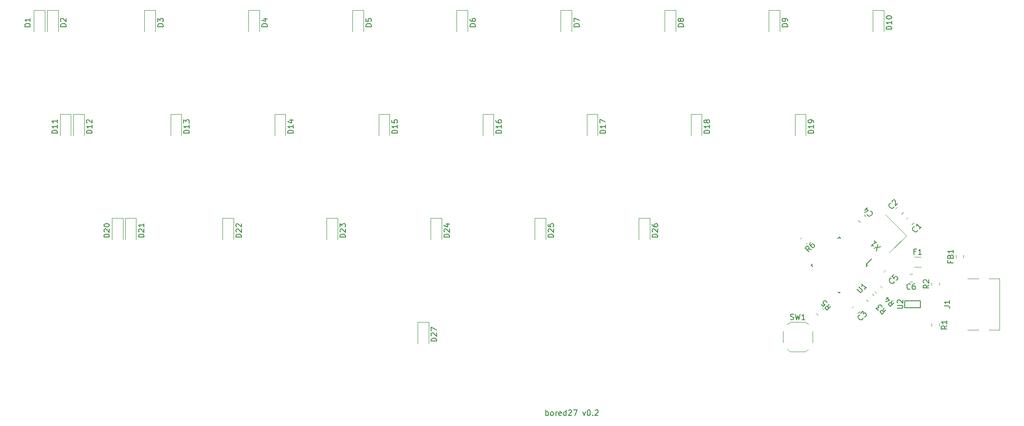
<source format=gbr>
G04 #@! TF.GenerationSoftware,KiCad,Pcbnew,(6.0.6)*
G04 #@! TF.CreationDate,2022-08-05T17:16:04-07:00*
G04 #@! TF.ProjectId,bored27-revision,626f7265-6432-4372-9d72-65766973696f,rev?*
G04 #@! TF.SameCoordinates,Original*
G04 #@! TF.FileFunction,Legend,Top*
G04 #@! TF.FilePolarity,Positive*
%FSLAX46Y46*%
G04 Gerber Fmt 4.6, Leading zero omitted, Abs format (unit mm)*
G04 Created by KiCad (PCBNEW (6.0.6)) date 2022-08-05 17:16:04*
%MOMM*%
%LPD*%
G01*
G04 APERTURE LIST*
%ADD10C,0.150000*%
%ADD11C,0.120000*%
G04 APERTURE END LIST*
D10*
X160592095Y-134691380D02*
X160592095Y-133691380D01*
X160592095Y-134072333D02*
X160687333Y-134024714D01*
X160877809Y-134024714D01*
X160973047Y-134072333D01*
X161020666Y-134119952D01*
X161068285Y-134215190D01*
X161068285Y-134500904D01*
X161020666Y-134596142D01*
X160973047Y-134643761D01*
X160877809Y-134691380D01*
X160687333Y-134691380D01*
X160592095Y-134643761D01*
X161639714Y-134691380D02*
X161544476Y-134643761D01*
X161496857Y-134596142D01*
X161449238Y-134500904D01*
X161449238Y-134215190D01*
X161496857Y-134119952D01*
X161544476Y-134072333D01*
X161639714Y-134024714D01*
X161782571Y-134024714D01*
X161877809Y-134072333D01*
X161925428Y-134119952D01*
X161973047Y-134215190D01*
X161973047Y-134500904D01*
X161925428Y-134596142D01*
X161877809Y-134643761D01*
X161782571Y-134691380D01*
X161639714Y-134691380D01*
X162401619Y-134691380D02*
X162401619Y-134024714D01*
X162401619Y-134215190D02*
X162449238Y-134119952D01*
X162496857Y-134072333D01*
X162592095Y-134024714D01*
X162687333Y-134024714D01*
X163401619Y-134643761D02*
X163306380Y-134691380D01*
X163115904Y-134691380D01*
X163020666Y-134643761D01*
X162973047Y-134548523D01*
X162973047Y-134167571D01*
X163020666Y-134072333D01*
X163115904Y-134024714D01*
X163306380Y-134024714D01*
X163401619Y-134072333D01*
X163449238Y-134167571D01*
X163449238Y-134262809D01*
X162973047Y-134358047D01*
X164306380Y-134691380D02*
X164306380Y-133691380D01*
X164306380Y-134643761D02*
X164211142Y-134691380D01*
X164020666Y-134691380D01*
X163925428Y-134643761D01*
X163877809Y-134596142D01*
X163830190Y-134500904D01*
X163830190Y-134215190D01*
X163877809Y-134119952D01*
X163925428Y-134072333D01*
X164020666Y-134024714D01*
X164211142Y-134024714D01*
X164306380Y-134072333D01*
X164734952Y-133786619D02*
X164782571Y-133739000D01*
X164877809Y-133691380D01*
X165115904Y-133691380D01*
X165211142Y-133739000D01*
X165258761Y-133786619D01*
X165306380Y-133881857D01*
X165306380Y-133977095D01*
X165258761Y-134119952D01*
X164687333Y-134691380D01*
X165306380Y-134691380D01*
X165639714Y-133691380D02*
X166306380Y-133691380D01*
X165877809Y-134691380D01*
X167354000Y-134024714D02*
X167592095Y-134691380D01*
X167830190Y-134024714D01*
X168401619Y-133691380D02*
X168496857Y-133691380D01*
X168592095Y-133739000D01*
X168639714Y-133786619D01*
X168687333Y-133881857D01*
X168734952Y-134072333D01*
X168734952Y-134310428D01*
X168687333Y-134500904D01*
X168639714Y-134596142D01*
X168592095Y-134643761D01*
X168496857Y-134691380D01*
X168401619Y-134691380D01*
X168306380Y-134643761D01*
X168258761Y-134596142D01*
X168211142Y-134500904D01*
X168163523Y-134310428D01*
X168163523Y-134072333D01*
X168211142Y-133881857D01*
X168258761Y-133786619D01*
X168306380Y-133739000D01*
X168401619Y-133691380D01*
X169163523Y-134596142D02*
X169211142Y-134643761D01*
X169163523Y-134691380D01*
X169115904Y-134643761D01*
X169163523Y-134596142D01*
X169163523Y-134691380D01*
X169592095Y-133786619D02*
X169639714Y-133739000D01*
X169734952Y-133691380D01*
X169973047Y-133691380D01*
X170068285Y-133739000D01*
X170115904Y-133786619D01*
X170163523Y-133881857D01*
X170163523Y-133977095D01*
X170115904Y-134119952D01*
X169544476Y-134691380D01*
X170163523Y-134691380D01*
X222433732Y-114986969D02*
X222332717Y-115559389D01*
X222837793Y-115391030D02*
X222130687Y-116098137D01*
X221861312Y-115828763D01*
X221827641Y-115727748D01*
X221827641Y-115660404D01*
X221861312Y-115559389D01*
X221962328Y-115458374D01*
X222063343Y-115424702D01*
X222130687Y-115424702D01*
X222231702Y-115458374D01*
X222501076Y-115727748D01*
X221490923Y-115458374D02*
X221053190Y-115020641D01*
X221558267Y-114986969D01*
X221457251Y-114885954D01*
X221423580Y-114784938D01*
X221423580Y-114717595D01*
X221457251Y-114616580D01*
X221625610Y-114448221D01*
X221726625Y-114414549D01*
X221793969Y-114414549D01*
X221894984Y-114448221D01*
X222097015Y-114650251D01*
X222130687Y-114751267D01*
X222130687Y-114818610D01*
X220026705Y-97257750D02*
X220094048Y-97257750D01*
X220228735Y-97325094D01*
X220296079Y-97392438D01*
X220363422Y-97527125D01*
X220363422Y-97661812D01*
X220329751Y-97762827D01*
X220228735Y-97931186D01*
X220127720Y-98032201D01*
X219959361Y-98133216D01*
X219858346Y-98166888D01*
X219723659Y-98166888D01*
X219588972Y-98099544D01*
X219521628Y-98032201D01*
X219454285Y-97897514D01*
X219454285Y-97830170D01*
X219016552Y-97055720D02*
X219487957Y-96584315D01*
X218915537Y-97493453D02*
X219588972Y-97156735D01*
X219151239Y-96719002D01*
X95321130Y-82970535D02*
X94321130Y-82970535D01*
X94321130Y-82732440D01*
X94368750Y-82589583D01*
X94463988Y-82494345D01*
X94559226Y-82446726D01*
X94749702Y-82399107D01*
X94892559Y-82399107D01*
X95083035Y-82446726D01*
X95178273Y-82494345D01*
X95273511Y-82589583D01*
X95321130Y-82732440D01*
X95321130Y-82970535D01*
X95321130Y-81446726D02*
X95321130Y-82018154D01*
X95321130Y-81732440D02*
X94321130Y-81732440D01*
X94463988Y-81827678D01*
X94559226Y-81922916D01*
X94606845Y-82018154D01*
X94321130Y-81113392D02*
X94321130Y-80494345D01*
X94702083Y-80827678D01*
X94702083Y-80684821D01*
X94749702Y-80589583D01*
X94797321Y-80541964D01*
X94892559Y-80494345D01*
X95130654Y-80494345D01*
X95225892Y-80541964D01*
X95273511Y-80589583D01*
X95321130Y-80684821D01*
X95321130Y-80970535D01*
X95273511Y-81065773D01*
X95225892Y-81113392D01*
X133421130Y-82970535D02*
X132421130Y-82970535D01*
X132421130Y-82732440D01*
X132468750Y-82589583D01*
X132563988Y-82494345D01*
X132659226Y-82446726D01*
X132849702Y-82399107D01*
X132992559Y-82399107D01*
X133183035Y-82446726D01*
X133278273Y-82494345D01*
X133373511Y-82589583D01*
X133421130Y-82732440D01*
X133421130Y-82970535D01*
X133421130Y-81446726D02*
X133421130Y-82018154D01*
X133421130Y-81732440D02*
X132421130Y-81732440D01*
X132563988Y-81827678D01*
X132659226Y-81922916D01*
X132706845Y-82018154D01*
X132421130Y-80541964D02*
X132421130Y-81018154D01*
X132897321Y-81065773D01*
X132849702Y-81018154D01*
X132802083Y-80922916D01*
X132802083Y-80684821D01*
X132849702Y-80589583D01*
X132897321Y-80541964D01*
X132992559Y-80494345D01*
X133230654Y-80494345D01*
X133325892Y-80541964D01*
X133373511Y-80589583D01*
X133421130Y-80684821D01*
X133421130Y-80922916D01*
X133373511Y-81018154D01*
X133325892Y-81065773D01*
X209195649Y-104292565D02*
X208623229Y-104191550D01*
X208791588Y-104696626D02*
X208084481Y-103989520D01*
X208353855Y-103720145D01*
X208454870Y-103686474D01*
X208522214Y-103686474D01*
X208623229Y-103720145D01*
X208724244Y-103821161D01*
X208757916Y-103922176D01*
X208757916Y-103989520D01*
X208724244Y-104090535D01*
X208454870Y-104359909D01*
X209094634Y-102979367D02*
X208959947Y-103114054D01*
X208926275Y-103215069D01*
X208926275Y-103282413D01*
X208959947Y-103450771D01*
X209060962Y-103619130D01*
X209330336Y-103888504D01*
X209431351Y-103922176D01*
X209498695Y-103922176D01*
X209599710Y-103888504D01*
X209734397Y-103753817D01*
X209768069Y-103652802D01*
X209768069Y-103585458D01*
X209734397Y-103484443D01*
X209566038Y-103316084D01*
X209465023Y-103282413D01*
X209397680Y-103282413D01*
X209296664Y-103316084D01*
X209161977Y-103450771D01*
X209128306Y-103551787D01*
X209128306Y-103619130D01*
X209161977Y-103720145D01*
X234625571Y-106379332D02*
X234625571Y-106712665D01*
X235149380Y-106712665D02*
X234149380Y-106712665D01*
X234149380Y-106236475D01*
X234625571Y-105522189D02*
X234673190Y-105379332D01*
X234720809Y-105331713D01*
X234816047Y-105284094D01*
X234958904Y-105284094D01*
X235054142Y-105331713D01*
X235101761Y-105379332D01*
X235149380Y-105474570D01*
X235149380Y-105855522D01*
X234149380Y-105855522D01*
X234149380Y-105522189D01*
X234197000Y-105426951D01*
X234244619Y-105379332D01*
X234339857Y-105331713D01*
X234435095Y-105331713D01*
X234530333Y-105379332D01*
X234577952Y-105426951D01*
X234625571Y-105522189D01*
X234625571Y-105855522D01*
X235149380Y-104331713D02*
X235149380Y-104903141D01*
X235149380Y-104617427D02*
X234149380Y-104617427D01*
X234292238Y-104712665D01*
X234387476Y-104807903D01*
X234435095Y-104903141D01*
X123896130Y-102020535D02*
X122896130Y-102020535D01*
X122896130Y-101782440D01*
X122943750Y-101639583D01*
X123038988Y-101544345D01*
X123134226Y-101496726D01*
X123324702Y-101449107D01*
X123467559Y-101449107D01*
X123658035Y-101496726D01*
X123753273Y-101544345D01*
X123848511Y-101639583D01*
X123896130Y-101782440D01*
X123896130Y-102020535D01*
X122991369Y-101068154D02*
X122943750Y-101020535D01*
X122896130Y-100925297D01*
X122896130Y-100687202D01*
X122943750Y-100591964D01*
X122991369Y-100544345D01*
X123086607Y-100496726D01*
X123181845Y-100496726D01*
X123324702Y-100544345D01*
X123896130Y-101115773D01*
X123896130Y-100496726D01*
X122896130Y-100163392D02*
X122896130Y-99544345D01*
X123277083Y-99877678D01*
X123277083Y-99734821D01*
X123324702Y-99639583D01*
X123372321Y-99591964D01*
X123467559Y-99544345D01*
X123705654Y-99544345D01*
X123800892Y-99591964D01*
X123848511Y-99639583D01*
X123896130Y-99734821D01*
X123896130Y-100020535D01*
X123848511Y-100115773D01*
X123800892Y-100163392D01*
X66206630Y-63444345D02*
X65206630Y-63444345D01*
X65206630Y-63206250D01*
X65254250Y-63063392D01*
X65349488Y-62968154D01*
X65444726Y-62920535D01*
X65635202Y-62872916D01*
X65778059Y-62872916D01*
X65968535Y-62920535D01*
X66063773Y-62968154D01*
X66159011Y-63063392D01*
X66206630Y-63206250D01*
X66206630Y-63444345D01*
X66206630Y-61920535D02*
X66206630Y-62491964D01*
X66206630Y-62206250D02*
X65206630Y-62206250D01*
X65349488Y-62301488D01*
X65444726Y-62396726D01*
X65492345Y-62491964D01*
X204826880Y-63444345D02*
X203826880Y-63444345D01*
X203826880Y-63206250D01*
X203874500Y-63063392D01*
X203969738Y-62968154D01*
X204064976Y-62920535D01*
X204255452Y-62872916D01*
X204398309Y-62872916D01*
X204588785Y-62920535D01*
X204684023Y-62968154D01*
X204779261Y-63063392D01*
X204826880Y-63206250D01*
X204826880Y-63444345D01*
X204826880Y-62396726D02*
X204826880Y-62206250D01*
X204779261Y-62111011D01*
X204731642Y-62063392D01*
X204588785Y-61968154D01*
X204398309Y-61920535D01*
X204017357Y-61920535D01*
X203922119Y-61968154D01*
X203874500Y-62015773D01*
X203826880Y-62111011D01*
X203826880Y-62301488D01*
X203874500Y-62396726D01*
X203922119Y-62444345D01*
X204017357Y-62491964D01*
X204255452Y-62491964D01*
X204350690Y-62444345D01*
X204398309Y-62396726D01*
X204445928Y-62301488D01*
X204445928Y-62111011D01*
X204398309Y-62015773D01*
X204350690Y-61968154D01*
X204255452Y-61920535D01*
X181046130Y-102020535D02*
X180046130Y-102020535D01*
X180046130Y-101782440D01*
X180093750Y-101639583D01*
X180188988Y-101544345D01*
X180284226Y-101496726D01*
X180474702Y-101449107D01*
X180617559Y-101449107D01*
X180808035Y-101496726D01*
X180903273Y-101544345D01*
X180998511Y-101639583D01*
X181046130Y-101782440D01*
X181046130Y-102020535D01*
X180141369Y-101068154D02*
X180093750Y-101020535D01*
X180046130Y-100925297D01*
X180046130Y-100687202D01*
X180093750Y-100591964D01*
X180141369Y-100544345D01*
X180236607Y-100496726D01*
X180331845Y-100496726D01*
X180474702Y-100544345D01*
X181046130Y-101115773D01*
X181046130Y-100496726D01*
X180046130Y-99639583D02*
X180046130Y-99830059D01*
X180093750Y-99925297D01*
X180141369Y-99972916D01*
X180284226Y-100068154D01*
X180474702Y-100115773D01*
X180855654Y-100115773D01*
X180950892Y-100068154D01*
X180998511Y-100020535D01*
X181046130Y-99925297D01*
X181046130Y-99734821D01*
X180998511Y-99639583D01*
X180950892Y-99591964D01*
X180855654Y-99544345D01*
X180617559Y-99544345D01*
X180522321Y-99591964D01*
X180474702Y-99639583D01*
X180427083Y-99734821D01*
X180427083Y-99925297D01*
X180474702Y-100020535D01*
X180522321Y-100068154D01*
X180617559Y-100115773D01*
X128658630Y-63444345D02*
X127658630Y-63444345D01*
X127658630Y-63206250D01*
X127706250Y-63063392D01*
X127801488Y-62968154D01*
X127896726Y-62920535D01*
X128087202Y-62872916D01*
X128230059Y-62872916D01*
X128420535Y-62920535D01*
X128515773Y-62968154D01*
X128611011Y-63063392D01*
X128658630Y-63206250D01*
X128658630Y-63444345D01*
X127658630Y-61968154D02*
X127658630Y-62444345D01*
X128134821Y-62491964D01*
X128087202Y-62444345D01*
X128039583Y-62349107D01*
X128039583Y-62111011D01*
X128087202Y-62015773D01*
X128134821Y-61968154D01*
X128230059Y-61920535D01*
X128468154Y-61920535D01*
X128563392Y-61968154D01*
X128611011Y-62015773D01*
X128658630Y-62111011D01*
X128658630Y-62349107D01*
X128611011Y-62444345D01*
X128563392Y-62491964D01*
X227290333Y-111482142D02*
X227242714Y-111529761D01*
X227099857Y-111577380D01*
X227004619Y-111577380D01*
X226861761Y-111529761D01*
X226766523Y-111434523D01*
X226718904Y-111339285D01*
X226671285Y-111148809D01*
X226671285Y-111005952D01*
X226718904Y-110815476D01*
X226766523Y-110720238D01*
X226861761Y-110625000D01*
X227004619Y-110577380D01*
X227099857Y-110577380D01*
X227242714Y-110625000D01*
X227290333Y-110672619D01*
X228147476Y-110577380D02*
X227957000Y-110577380D01*
X227861761Y-110625000D01*
X227814142Y-110672619D01*
X227718904Y-110815476D01*
X227671285Y-111005952D01*
X227671285Y-111386904D01*
X227718904Y-111482142D01*
X227766523Y-111529761D01*
X227861761Y-111577380D01*
X228052238Y-111577380D01*
X228147476Y-111529761D01*
X228195095Y-111482142D01*
X228242714Y-111386904D01*
X228242714Y-111148809D01*
X228195095Y-111053571D01*
X228147476Y-111005952D01*
X228052238Y-110958333D01*
X227861761Y-110958333D01*
X227766523Y-111005952D01*
X227718904Y-111053571D01*
X227671285Y-111148809D01*
X142946130Y-102020535D02*
X141946130Y-102020535D01*
X141946130Y-101782440D01*
X141993750Y-101639583D01*
X142088988Y-101544345D01*
X142184226Y-101496726D01*
X142374702Y-101449107D01*
X142517559Y-101449107D01*
X142708035Y-101496726D01*
X142803273Y-101544345D01*
X142898511Y-101639583D01*
X142946130Y-101782440D01*
X142946130Y-102020535D01*
X142041369Y-101068154D02*
X141993750Y-101020535D01*
X141946130Y-100925297D01*
X141946130Y-100687202D01*
X141993750Y-100591964D01*
X142041369Y-100544345D01*
X142136607Y-100496726D01*
X142231845Y-100496726D01*
X142374702Y-100544345D01*
X142946130Y-101115773D01*
X142946130Y-100496726D01*
X142279464Y-99639583D02*
X142946130Y-99639583D01*
X141898511Y-99877678D02*
X142612797Y-100115773D01*
X142612797Y-99496726D01*
X224902780Y-115061902D02*
X225712304Y-115061902D01*
X225807542Y-115014283D01*
X225855161Y-114966664D01*
X225902780Y-114871426D01*
X225902780Y-114680950D01*
X225855161Y-114585712D01*
X225807542Y-114538093D01*
X225712304Y-114490474D01*
X224902780Y-114490474D01*
X224998019Y-114061902D02*
X224950400Y-114014283D01*
X224902780Y-113919045D01*
X224902780Y-113680950D01*
X224950400Y-113585712D01*
X224998019Y-113538093D01*
X225093257Y-113490474D01*
X225188495Y-113490474D01*
X225331352Y-113538093D01*
X225902780Y-114109521D01*
X225902780Y-113490474D01*
X72746880Y-63444345D02*
X71746880Y-63444345D01*
X71746880Y-63206250D01*
X71794500Y-63063392D01*
X71889738Y-62968154D01*
X71984976Y-62920535D01*
X72175452Y-62872916D01*
X72318309Y-62872916D01*
X72508785Y-62920535D01*
X72604023Y-62968154D01*
X72699261Y-63063392D01*
X72746880Y-63206250D01*
X72746880Y-63444345D01*
X71842119Y-62491964D02*
X71794500Y-62444345D01*
X71746880Y-62349107D01*
X71746880Y-62111011D01*
X71794500Y-62015773D01*
X71842119Y-61968154D01*
X71937357Y-61920535D01*
X72032595Y-61920535D01*
X72175452Y-61968154D01*
X72746880Y-62539583D01*
X72746880Y-61920535D01*
X228607687Y-100700389D02*
X228607687Y-100767732D01*
X228540343Y-100902419D01*
X228473000Y-100969763D01*
X228338312Y-101037106D01*
X228203625Y-101037106D01*
X228102610Y-101003435D01*
X227934251Y-100902419D01*
X227833236Y-100801404D01*
X227732221Y-100633045D01*
X227698549Y-100532030D01*
X227698549Y-100397343D01*
X227765893Y-100262656D01*
X227833236Y-100195312D01*
X227967923Y-100127969D01*
X228035267Y-100127969D01*
X229348465Y-100094297D02*
X228944404Y-100498358D01*
X229146435Y-100296328D02*
X228439328Y-99589221D01*
X228473000Y-99757580D01*
X228473000Y-99892267D01*
X228439328Y-99993282D01*
X152471130Y-82970535D02*
X151471130Y-82970535D01*
X151471130Y-82732440D01*
X151518750Y-82589583D01*
X151613988Y-82494345D01*
X151709226Y-82446726D01*
X151899702Y-82399107D01*
X152042559Y-82399107D01*
X152233035Y-82446726D01*
X152328273Y-82494345D01*
X152423511Y-82589583D01*
X152471130Y-82732440D01*
X152471130Y-82970535D01*
X152471130Y-81446726D02*
X152471130Y-82018154D01*
X152471130Y-81732440D02*
X151471130Y-81732440D01*
X151613988Y-81827678D01*
X151709226Y-81922916D01*
X151756845Y-82018154D01*
X151471130Y-80589583D02*
X151471130Y-80780059D01*
X151518750Y-80875297D01*
X151566369Y-80922916D01*
X151709226Y-81018154D01*
X151899702Y-81065773D01*
X152280654Y-81065773D01*
X152375892Y-81018154D01*
X152423511Y-80970535D01*
X152471130Y-80875297D01*
X152471130Y-80684821D01*
X152423511Y-80589583D01*
X152375892Y-80541964D01*
X152280654Y-80494345D01*
X152042559Y-80494345D01*
X151947321Y-80541964D01*
X151899702Y-80589583D01*
X151852083Y-80684821D01*
X151852083Y-80875297D01*
X151899702Y-80970535D01*
X151947321Y-81018154D01*
X152042559Y-81065773D01*
X185808630Y-63444345D02*
X184808630Y-63444345D01*
X184808630Y-63206250D01*
X184856250Y-63063392D01*
X184951488Y-62968154D01*
X185046726Y-62920535D01*
X185237202Y-62872916D01*
X185380059Y-62872916D01*
X185570535Y-62920535D01*
X185665773Y-62968154D01*
X185761011Y-63063392D01*
X185808630Y-63206250D01*
X185808630Y-63444345D01*
X185237202Y-62301488D02*
X185189583Y-62396726D01*
X185141964Y-62444345D01*
X185046726Y-62491964D01*
X184999107Y-62491964D01*
X184903869Y-62444345D01*
X184856250Y-62396726D01*
X184808630Y-62301488D01*
X184808630Y-62111011D01*
X184856250Y-62015773D01*
X184903869Y-61968154D01*
X184999107Y-61920535D01*
X185046726Y-61920535D01*
X185141964Y-61968154D01*
X185189583Y-62015773D01*
X185237202Y-62111011D01*
X185237202Y-62301488D01*
X185284821Y-62396726D01*
X185332440Y-62444345D01*
X185427678Y-62491964D01*
X185618154Y-62491964D01*
X185713392Y-62444345D01*
X185761011Y-62396726D01*
X185808630Y-62301488D01*
X185808630Y-62111011D01*
X185761011Y-62015773D01*
X185713392Y-61968154D01*
X185618154Y-61920535D01*
X185427678Y-61920535D01*
X185332440Y-61968154D01*
X185284821Y-62015773D01*
X185237202Y-62111011D01*
X161996130Y-102020535D02*
X160996130Y-102020535D01*
X160996130Y-101782440D01*
X161043750Y-101639583D01*
X161138988Y-101544345D01*
X161234226Y-101496726D01*
X161424702Y-101449107D01*
X161567559Y-101449107D01*
X161758035Y-101496726D01*
X161853273Y-101544345D01*
X161948511Y-101639583D01*
X161996130Y-101782440D01*
X161996130Y-102020535D01*
X161091369Y-101068154D02*
X161043750Y-101020535D01*
X160996130Y-100925297D01*
X160996130Y-100687202D01*
X161043750Y-100591964D01*
X161091369Y-100544345D01*
X161186607Y-100496726D01*
X161281845Y-100496726D01*
X161424702Y-100544345D01*
X161996130Y-101115773D01*
X161996130Y-100496726D01*
X160996130Y-99591964D02*
X160996130Y-100068154D01*
X161472321Y-100115773D01*
X161424702Y-100068154D01*
X161377083Y-99972916D01*
X161377083Y-99734821D01*
X161424702Y-99639583D01*
X161472321Y-99591964D01*
X161567559Y-99544345D01*
X161805654Y-99544345D01*
X161900892Y-99591964D01*
X161948511Y-99639583D01*
X161996130Y-99734821D01*
X161996130Y-99972916D01*
X161948511Y-100068154D01*
X161900892Y-100115773D01*
X224289687Y-96382389D02*
X224289687Y-96449732D01*
X224222343Y-96584419D01*
X224155000Y-96651763D01*
X224020312Y-96719106D01*
X223885625Y-96719106D01*
X223784610Y-96685435D01*
X223616251Y-96584419D01*
X223515236Y-96483404D01*
X223414221Y-96315045D01*
X223380549Y-96214030D01*
X223380549Y-96079343D01*
X223447893Y-95944656D01*
X223515236Y-95877312D01*
X223649923Y-95809969D01*
X223717267Y-95809969D01*
X223986641Y-95540595D02*
X223986641Y-95473251D01*
X224020312Y-95372236D01*
X224188671Y-95203877D01*
X224289687Y-95170206D01*
X224357030Y-95170206D01*
X224458045Y-95203877D01*
X224525389Y-95271221D01*
X224592732Y-95405908D01*
X224592732Y-96214030D01*
X225030465Y-95776297D01*
X87034380Y-102020535D02*
X86034380Y-102020535D01*
X86034380Y-101782440D01*
X86082000Y-101639583D01*
X86177238Y-101544345D01*
X86272476Y-101496726D01*
X86462952Y-101449107D01*
X86605809Y-101449107D01*
X86796285Y-101496726D01*
X86891523Y-101544345D01*
X86986761Y-101639583D01*
X87034380Y-101782440D01*
X87034380Y-102020535D01*
X86129619Y-101068154D02*
X86082000Y-101020535D01*
X86034380Y-100925297D01*
X86034380Y-100687202D01*
X86082000Y-100591964D01*
X86129619Y-100544345D01*
X86224857Y-100496726D01*
X86320095Y-100496726D01*
X86462952Y-100544345D01*
X87034380Y-101115773D01*
X87034380Y-100496726D01*
X87034380Y-99544345D02*
X87034380Y-100115773D01*
X87034380Y-99830059D02*
X86034380Y-99830059D01*
X86177238Y-99925297D01*
X86272476Y-100020535D01*
X86320095Y-100115773D01*
X205359166Y-117073761D02*
X205502023Y-117121380D01*
X205740119Y-117121380D01*
X205835357Y-117073761D01*
X205882976Y-117026142D01*
X205930595Y-116930904D01*
X205930595Y-116835666D01*
X205882976Y-116740428D01*
X205835357Y-116692809D01*
X205740119Y-116645190D01*
X205549642Y-116597571D01*
X205454404Y-116549952D01*
X205406785Y-116502333D01*
X205359166Y-116407095D01*
X205359166Y-116311857D01*
X205406785Y-116216619D01*
X205454404Y-116169000D01*
X205549642Y-116121380D01*
X205787738Y-116121380D01*
X205930595Y-116169000D01*
X206263928Y-116121380D02*
X206502023Y-117121380D01*
X206692500Y-116407095D01*
X206882976Y-117121380D01*
X207121071Y-116121380D01*
X208025833Y-117121380D02*
X207454404Y-117121380D01*
X207740119Y-117121380D02*
X207740119Y-116121380D01*
X207644880Y-116264238D01*
X207549642Y-116359476D01*
X207454404Y-116407095D01*
X228303166Y-104661571D02*
X227969833Y-104661571D01*
X227969833Y-105185380D02*
X227969833Y-104185380D01*
X228446023Y-104185380D01*
X229350785Y-105185380D02*
X228779357Y-105185380D01*
X229065071Y-105185380D02*
X229065071Y-104185380D01*
X228969833Y-104328238D01*
X228874595Y-104423476D01*
X228779357Y-104471095D01*
X104846130Y-102020535D02*
X103846130Y-102020535D01*
X103846130Y-101782440D01*
X103893750Y-101639583D01*
X103988988Y-101544345D01*
X104084226Y-101496726D01*
X104274702Y-101449107D01*
X104417559Y-101449107D01*
X104608035Y-101496726D01*
X104703273Y-101544345D01*
X104798511Y-101639583D01*
X104846130Y-101782440D01*
X104846130Y-102020535D01*
X103941369Y-101068154D02*
X103893750Y-101020535D01*
X103846130Y-100925297D01*
X103846130Y-100687202D01*
X103893750Y-100591964D01*
X103941369Y-100544345D01*
X104036607Y-100496726D01*
X104131845Y-100496726D01*
X104274702Y-100544345D01*
X104846130Y-101115773D01*
X104846130Y-100496726D01*
X103941369Y-100115773D02*
X103893750Y-100068154D01*
X103846130Y-99972916D01*
X103846130Y-99734821D01*
X103893750Y-99639583D01*
X103941369Y-99591964D01*
X104036607Y-99544345D01*
X104131845Y-99544345D01*
X104274702Y-99591964D01*
X104846130Y-100163392D01*
X104846130Y-99544345D01*
X221125650Y-104522798D02*
X221361352Y-103344287D01*
X220654246Y-104051394D02*
X221832757Y-103815692D01*
X220721589Y-102704524D02*
X221125650Y-103108585D01*
X220923620Y-102906554D02*
X220216513Y-103613661D01*
X220384872Y-103579989D01*
X220519559Y-103579989D01*
X220620574Y-103613661D01*
X190571130Y-82970535D02*
X189571130Y-82970535D01*
X189571130Y-82732440D01*
X189618750Y-82589583D01*
X189713988Y-82494345D01*
X189809226Y-82446726D01*
X189999702Y-82399107D01*
X190142559Y-82399107D01*
X190333035Y-82446726D01*
X190428273Y-82494345D01*
X190523511Y-82589583D01*
X190571130Y-82732440D01*
X190571130Y-82970535D01*
X190571130Y-81446726D02*
X190571130Y-82018154D01*
X190571130Y-81732440D02*
X189571130Y-81732440D01*
X189713988Y-81827678D01*
X189809226Y-81922916D01*
X189856845Y-82018154D01*
X189999702Y-80875297D02*
X189952083Y-80970535D01*
X189904464Y-81018154D01*
X189809226Y-81065773D01*
X189761607Y-81065773D01*
X189666369Y-81018154D01*
X189618750Y-80970535D01*
X189571130Y-80875297D01*
X189571130Y-80684821D01*
X189618750Y-80589583D01*
X189666369Y-80541964D01*
X189761607Y-80494345D01*
X189809226Y-80494345D01*
X189904464Y-80541964D01*
X189952083Y-80589583D01*
X189999702Y-80684821D01*
X189999702Y-80875297D01*
X190047321Y-80970535D01*
X190094940Y-81018154D01*
X190190178Y-81065773D01*
X190380654Y-81065773D01*
X190475892Y-81018154D01*
X190523511Y-80970535D01*
X190571130Y-80875297D01*
X190571130Y-80684821D01*
X190523511Y-80589583D01*
X190475892Y-80541964D01*
X190380654Y-80494345D01*
X190190178Y-80494345D01*
X190094940Y-80541964D01*
X190047321Y-80589583D01*
X189999702Y-80684821D01*
X77509380Y-82970535D02*
X76509380Y-82970535D01*
X76509380Y-82732440D01*
X76557000Y-82589583D01*
X76652238Y-82494345D01*
X76747476Y-82446726D01*
X76937952Y-82399107D01*
X77080809Y-82399107D01*
X77271285Y-82446726D01*
X77366523Y-82494345D01*
X77461761Y-82589583D01*
X77509380Y-82732440D01*
X77509380Y-82970535D01*
X77509380Y-81446726D02*
X77509380Y-82018154D01*
X77509380Y-81732440D02*
X76509380Y-81732440D01*
X76652238Y-81827678D01*
X76747476Y-81922916D01*
X76795095Y-82018154D01*
X76604619Y-81065773D02*
X76557000Y-81018154D01*
X76509380Y-80922916D01*
X76509380Y-80684821D01*
X76557000Y-80589583D01*
X76604619Y-80541964D01*
X76699857Y-80494345D01*
X76795095Y-80494345D01*
X76937952Y-80541964D01*
X77509380Y-81113392D01*
X77509380Y-80494345D01*
X223908630Y-63920535D02*
X222908630Y-63920535D01*
X222908630Y-63682440D01*
X222956250Y-63539583D01*
X223051488Y-63444345D01*
X223146726Y-63396726D01*
X223337202Y-63349107D01*
X223480059Y-63349107D01*
X223670535Y-63396726D01*
X223765773Y-63444345D01*
X223861011Y-63539583D01*
X223908630Y-63682440D01*
X223908630Y-63920535D01*
X223908630Y-62396726D02*
X223908630Y-62968154D01*
X223908630Y-62682440D02*
X222908630Y-62682440D01*
X223051488Y-62777678D01*
X223146726Y-62872916D01*
X223194345Y-62968154D01*
X222908630Y-61777678D02*
X222908630Y-61682440D01*
X222956250Y-61587202D01*
X223003869Y-61539583D01*
X223099107Y-61491964D01*
X223289583Y-61444345D01*
X223527678Y-61444345D01*
X223718154Y-61491964D01*
X223813392Y-61539583D01*
X223861011Y-61587202D01*
X223908630Y-61682440D01*
X223908630Y-61777678D01*
X223861011Y-61872916D01*
X223813392Y-61920535D01*
X223718154Y-61968154D01*
X223527678Y-62015773D01*
X223289583Y-62015773D01*
X223099107Y-61968154D01*
X223003869Y-61920535D01*
X222956250Y-61872916D01*
X222908630Y-61777678D01*
X212352351Y-114256136D02*
X212251336Y-114828556D01*
X212756412Y-114660197D02*
X212049306Y-115367304D01*
X211779931Y-115097930D01*
X211746260Y-114996915D01*
X211746260Y-114929571D01*
X211779931Y-114828556D01*
X211880947Y-114727541D01*
X211981962Y-114693869D01*
X212049306Y-114693869D01*
X212150321Y-114727541D01*
X212419695Y-114996915D01*
X211005481Y-114323479D02*
X211342199Y-114660197D01*
X211712588Y-114357151D01*
X211645244Y-114357151D01*
X211544229Y-114323479D01*
X211375870Y-114155121D01*
X211342199Y-114054105D01*
X211342199Y-113986762D01*
X211375870Y-113885747D01*
X211544229Y-113717388D01*
X211645244Y-113683716D01*
X211712588Y-113683716D01*
X211813603Y-113717388D01*
X211981962Y-113885747D01*
X212015634Y-113986762D01*
X212015634Y-114054105D01*
X223957732Y-113589969D02*
X223856717Y-114162389D01*
X224361793Y-113994030D02*
X223654687Y-114701137D01*
X223385312Y-114431763D01*
X223351641Y-114330748D01*
X223351641Y-114263404D01*
X223385312Y-114162389D01*
X223486328Y-114061374D01*
X223587343Y-114027702D01*
X223654687Y-114027702D01*
X223755702Y-114061374D01*
X224025076Y-114330748D01*
X222880236Y-113455282D02*
X223351641Y-112983877D01*
X222779221Y-113893015D02*
X223452656Y-113556297D01*
X223014923Y-113118564D01*
X140564880Y-121070535D02*
X139564880Y-121070535D01*
X139564880Y-120832440D01*
X139612500Y-120689583D01*
X139707738Y-120594345D01*
X139802976Y-120546726D01*
X139993452Y-120499107D01*
X140136309Y-120499107D01*
X140326785Y-120546726D01*
X140422023Y-120594345D01*
X140517261Y-120689583D01*
X140564880Y-120832440D01*
X140564880Y-121070535D01*
X139660119Y-120118154D02*
X139612500Y-120070535D01*
X139564880Y-119975297D01*
X139564880Y-119737202D01*
X139612500Y-119641964D01*
X139660119Y-119594345D01*
X139755357Y-119546726D01*
X139850595Y-119546726D01*
X139993452Y-119594345D01*
X140564880Y-120165773D01*
X140564880Y-119546726D01*
X139564880Y-119213392D02*
X139564880Y-118546726D01*
X140564880Y-118975297D01*
X166726880Y-63444345D02*
X165726880Y-63444345D01*
X165726880Y-63206250D01*
X165774500Y-63063392D01*
X165869738Y-62968154D01*
X165964976Y-62920535D01*
X166155452Y-62872916D01*
X166298309Y-62872916D01*
X166488785Y-62920535D01*
X166584023Y-62968154D01*
X166679261Y-63063392D01*
X166726880Y-63206250D01*
X166726880Y-63444345D01*
X165726880Y-62539583D02*
X165726880Y-61872916D01*
X166726880Y-62301488D01*
X234004380Y-118260666D02*
X233528190Y-118594000D01*
X234004380Y-118832095D02*
X233004380Y-118832095D01*
X233004380Y-118451142D01*
X233052000Y-118355904D01*
X233099619Y-118308285D01*
X233194857Y-118260666D01*
X233337714Y-118260666D01*
X233432952Y-118308285D01*
X233480571Y-118355904D01*
X233528190Y-118451142D01*
X233528190Y-118832095D01*
X234004380Y-117308285D02*
X234004380Y-117879714D01*
X234004380Y-117594000D02*
X233004380Y-117594000D01*
X233147238Y-117689238D01*
X233242476Y-117784476D01*
X233290095Y-117879714D01*
X80684630Y-102020535D02*
X79684630Y-102020535D01*
X79684630Y-101782440D01*
X79732250Y-101639583D01*
X79827488Y-101544345D01*
X79922726Y-101496726D01*
X80113202Y-101449107D01*
X80256059Y-101449107D01*
X80446535Y-101496726D01*
X80541773Y-101544345D01*
X80637011Y-101639583D01*
X80684630Y-101782440D01*
X80684630Y-102020535D01*
X79779869Y-101068154D02*
X79732250Y-101020535D01*
X79684630Y-100925297D01*
X79684630Y-100687202D01*
X79732250Y-100591964D01*
X79779869Y-100544345D01*
X79875107Y-100496726D01*
X79970345Y-100496726D01*
X80113202Y-100544345D01*
X80684630Y-101115773D01*
X80684630Y-100496726D01*
X79684630Y-99877678D02*
X79684630Y-99782440D01*
X79732250Y-99687202D01*
X79779869Y-99639583D01*
X79875107Y-99591964D01*
X80065583Y-99544345D01*
X80303678Y-99544345D01*
X80494154Y-99591964D01*
X80589392Y-99639583D01*
X80637011Y-99687202D01*
X80684630Y-99782440D01*
X80684630Y-99877678D01*
X80637011Y-99972916D01*
X80589392Y-100020535D01*
X80494154Y-100068154D01*
X80303678Y-100115773D01*
X80065583Y-100115773D01*
X79875107Y-100068154D01*
X79779869Y-100020535D01*
X79732250Y-99972916D01*
X79684630Y-99877678D01*
X147708630Y-63444345D02*
X146708630Y-63444345D01*
X146708630Y-63206250D01*
X146756250Y-63063392D01*
X146851488Y-62968154D01*
X146946726Y-62920535D01*
X147137202Y-62872916D01*
X147280059Y-62872916D01*
X147470535Y-62920535D01*
X147565773Y-62968154D01*
X147661011Y-63063392D01*
X147708630Y-63206250D01*
X147708630Y-63444345D01*
X146708630Y-62015773D02*
X146708630Y-62206250D01*
X146756250Y-62301488D01*
X146803869Y-62349107D01*
X146946726Y-62444345D01*
X147137202Y-62491964D01*
X147518154Y-62491964D01*
X147613392Y-62444345D01*
X147661011Y-62396726D01*
X147708630Y-62301488D01*
X147708630Y-62111011D01*
X147661011Y-62015773D01*
X147613392Y-61968154D01*
X147518154Y-61920535D01*
X147280059Y-61920535D01*
X147184821Y-61968154D01*
X147137202Y-62015773D01*
X147089583Y-62111011D01*
X147089583Y-62301488D01*
X147137202Y-62396726D01*
X147184821Y-62444345D01*
X147280059Y-62491964D01*
X218648003Y-116845951D02*
X218648003Y-116913294D01*
X218580659Y-117047981D01*
X218513316Y-117115325D01*
X218378628Y-117182668D01*
X218243941Y-117182668D01*
X218142926Y-117148997D01*
X217974567Y-117047981D01*
X217873552Y-116946966D01*
X217772537Y-116778607D01*
X217738865Y-116677592D01*
X217738865Y-116542905D01*
X217806209Y-116408218D01*
X217873552Y-116340874D01*
X218008239Y-116273531D01*
X218075583Y-116273531D01*
X218243941Y-115970485D02*
X218681674Y-115532752D01*
X218715346Y-116037829D01*
X218816361Y-115936813D01*
X218917377Y-115903142D01*
X218984720Y-115903142D01*
X219085735Y-115936813D01*
X219254094Y-116105172D01*
X219287766Y-116206187D01*
X219287766Y-116273531D01*
X219254094Y-116374546D01*
X219052064Y-116576577D01*
X218951048Y-116610249D01*
X218883705Y-116610249D01*
X114371130Y-82970535D02*
X113371130Y-82970535D01*
X113371130Y-82732440D01*
X113418750Y-82589583D01*
X113513988Y-82494345D01*
X113609226Y-82446726D01*
X113799702Y-82399107D01*
X113942559Y-82399107D01*
X114133035Y-82446726D01*
X114228273Y-82494345D01*
X114323511Y-82589583D01*
X114371130Y-82732440D01*
X114371130Y-82970535D01*
X114371130Y-81446726D02*
X114371130Y-82018154D01*
X114371130Y-81732440D02*
X113371130Y-81732440D01*
X113513988Y-81827678D01*
X113609226Y-81922916D01*
X113656845Y-82018154D01*
X113704464Y-80589583D02*
X114371130Y-80589583D01*
X113323511Y-80827678D02*
X114037797Y-81065773D01*
X114037797Y-80446726D01*
X209621130Y-82970535D02*
X208621130Y-82970535D01*
X208621130Y-82732440D01*
X208668750Y-82589583D01*
X208763988Y-82494345D01*
X208859226Y-82446726D01*
X209049702Y-82399107D01*
X209192559Y-82399107D01*
X209383035Y-82446726D01*
X209478273Y-82494345D01*
X209573511Y-82589583D01*
X209621130Y-82732440D01*
X209621130Y-82970535D01*
X209621130Y-81446726D02*
X209621130Y-82018154D01*
X209621130Y-81732440D02*
X208621130Y-81732440D01*
X208763988Y-81827678D01*
X208859226Y-81922916D01*
X208906845Y-82018154D01*
X209621130Y-80970535D02*
X209621130Y-80780059D01*
X209573511Y-80684821D01*
X209525892Y-80637202D01*
X209383035Y-80541964D01*
X209192559Y-80494345D01*
X208811607Y-80494345D01*
X208716369Y-80541964D01*
X208668750Y-80589583D01*
X208621130Y-80684821D01*
X208621130Y-80875297D01*
X208668750Y-80970535D01*
X208716369Y-81018154D01*
X208811607Y-81065773D01*
X209049702Y-81065773D01*
X209144940Y-81018154D01*
X209192559Y-80970535D01*
X209240178Y-80875297D01*
X209240178Y-80684821D01*
X209192559Y-80589583D01*
X209144940Y-80541964D01*
X209049702Y-80494345D01*
X233519880Y-114633333D02*
X234234166Y-114633333D01*
X234377023Y-114680952D01*
X234472261Y-114776190D01*
X234519880Y-114919047D01*
X234519880Y-115014285D01*
X234519880Y-113633333D02*
X234519880Y-114204761D01*
X234519880Y-113919047D02*
X233519880Y-113919047D01*
X233662738Y-114014285D01*
X233757976Y-114109523D01*
X233805595Y-114204761D01*
X224359933Y-110155144D02*
X224359933Y-110222487D01*
X224292589Y-110357174D01*
X224225246Y-110424518D01*
X224090558Y-110491861D01*
X223955871Y-110491861D01*
X223854856Y-110458190D01*
X223686497Y-110357174D01*
X223585482Y-110256159D01*
X223484467Y-110087800D01*
X223450795Y-109986785D01*
X223450795Y-109852098D01*
X223518139Y-109717411D01*
X223585482Y-109650067D01*
X223720169Y-109582724D01*
X223787513Y-109582724D01*
X224359933Y-108875617D02*
X224023215Y-109212335D01*
X224326261Y-109582724D01*
X224326261Y-109515380D01*
X224359933Y-109414365D01*
X224528291Y-109246006D01*
X224629307Y-109212335D01*
X224696650Y-109212335D01*
X224797665Y-109246006D01*
X224966024Y-109414365D01*
X224999696Y-109515380D01*
X224999696Y-109582724D01*
X224966024Y-109683739D01*
X224797665Y-109852098D01*
X224696650Y-109885770D01*
X224629307Y-109885770D01*
X171521130Y-82970535D02*
X170521130Y-82970535D01*
X170521130Y-82732440D01*
X170568750Y-82589583D01*
X170663988Y-82494345D01*
X170759226Y-82446726D01*
X170949702Y-82399107D01*
X171092559Y-82399107D01*
X171283035Y-82446726D01*
X171378273Y-82494345D01*
X171473511Y-82589583D01*
X171521130Y-82732440D01*
X171521130Y-82970535D01*
X171521130Y-81446726D02*
X171521130Y-82018154D01*
X171521130Y-81732440D02*
X170521130Y-81732440D01*
X170663988Y-81827678D01*
X170759226Y-81922916D01*
X170806845Y-82018154D01*
X170521130Y-81113392D02*
X170521130Y-80446726D01*
X171521130Y-80875297D01*
X217514026Y-111530522D02*
X218086446Y-112102942D01*
X218187461Y-112136614D01*
X218254805Y-112136614D01*
X218355820Y-112102942D01*
X218490507Y-111968255D01*
X218524179Y-111867240D01*
X218524179Y-111799896D01*
X218490507Y-111698881D01*
X217918087Y-111126461D01*
X219332301Y-111126461D02*
X218928240Y-111530522D01*
X219130270Y-111328492D02*
X218423164Y-110621385D01*
X218456835Y-110789744D01*
X218456835Y-110924431D01*
X218423164Y-111025446D01*
X71159630Y-82970535D02*
X70159630Y-82970535D01*
X70159630Y-82732440D01*
X70207250Y-82589583D01*
X70302488Y-82494345D01*
X70397726Y-82446726D01*
X70588202Y-82399107D01*
X70731059Y-82399107D01*
X70921535Y-82446726D01*
X71016773Y-82494345D01*
X71112011Y-82589583D01*
X71159630Y-82732440D01*
X71159630Y-82970535D01*
X71159630Y-81446726D02*
X71159630Y-82018154D01*
X71159630Y-81732440D02*
X70159630Y-81732440D01*
X70302488Y-81827678D01*
X70397726Y-81922916D01*
X70445345Y-82018154D01*
X71159630Y-80494345D02*
X71159630Y-81065773D01*
X71159630Y-80780059D02*
X70159630Y-80780059D01*
X70302488Y-80875297D01*
X70397726Y-80970535D01*
X70445345Y-81065773D01*
X90558630Y-63444345D02*
X89558630Y-63444345D01*
X89558630Y-63206250D01*
X89606250Y-63063392D01*
X89701488Y-62968154D01*
X89796726Y-62920535D01*
X89987202Y-62872916D01*
X90130059Y-62872916D01*
X90320535Y-62920535D01*
X90415773Y-62968154D01*
X90511011Y-63063392D01*
X90558630Y-63206250D01*
X90558630Y-63444345D01*
X89558630Y-62539583D02*
X89558630Y-61920535D01*
X89939583Y-62253869D01*
X89939583Y-62111011D01*
X89987202Y-62015773D01*
X90034821Y-61968154D01*
X90130059Y-61920535D01*
X90368154Y-61920535D01*
X90463392Y-61968154D01*
X90511011Y-62015773D01*
X90558630Y-62111011D01*
X90558630Y-62396726D01*
X90511011Y-62491964D01*
X90463392Y-62539583D01*
X109608630Y-63444345D02*
X108608630Y-63444345D01*
X108608630Y-63206250D01*
X108656250Y-63063392D01*
X108751488Y-62968154D01*
X108846726Y-62920535D01*
X109037202Y-62872916D01*
X109180059Y-62872916D01*
X109370535Y-62920535D01*
X109465773Y-62968154D01*
X109561011Y-63063392D01*
X109608630Y-63206250D01*
X109608630Y-63444345D01*
X108941964Y-62015773D02*
X109608630Y-62015773D01*
X108561011Y-62253869D02*
X109275297Y-62491964D01*
X109275297Y-61872916D01*
X230704380Y-110767666D02*
X230228190Y-111101000D01*
X230704380Y-111339095D02*
X229704380Y-111339095D01*
X229704380Y-110958142D01*
X229752000Y-110862904D01*
X229799619Y-110815285D01*
X229894857Y-110767666D01*
X230037714Y-110767666D01*
X230132952Y-110815285D01*
X230180571Y-110862904D01*
X230228190Y-110958142D01*
X230228190Y-111339095D01*
X229799619Y-110386714D02*
X229752000Y-110339095D01*
X229704380Y-110243857D01*
X229704380Y-110005761D01*
X229752000Y-109910523D01*
X229799619Y-109862904D01*
X229894857Y-109815285D01*
X229990095Y-109815285D01*
X230132952Y-109862904D01*
X230704380Y-110434333D01*
X230704380Y-109815285D01*
D11*
X219600742Y-113807789D02*
X219279625Y-113486672D01*
X220640189Y-112768342D02*
X220319072Y-112447225D01*
X217763920Y-98915367D02*
X218133387Y-99284834D01*
X218803367Y-97875920D02*
X219172834Y-98245387D01*
X93868750Y-79506250D02*
X91868750Y-79506250D01*
X91868750Y-79506250D02*
X91868750Y-83406250D01*
X93868750Y-79506250D02*
X93868750Y-83406250D01*
X129968750Y-79506250D02*
X129968750Y-83406250D01*
X131968750Y-79506250D02*
X129968750Y-79506250D01*
X131968750Y-79506250D02*
X131968750Y-83406250D01*
X208507175Y-103047272D02*
X208186058Y-103368389D01*
X207467728Y-102007825D02*
X207146611Y-102328942D01*
X237057000Y-105807251D02*
X237057000Y-105284747D01*
X235637000Y-105807251D02*
X235637000Y-105284747D01*
X120443750Y-98556250D02*
X120443750Y-102456250D01*
X122443750Y-98556250D02*
X120443750Y-98556250D01*
X122443750Y-98556250D02*
X122443750Y-102456250D01*
X68881500Y-60456250D02*
X68881500Y-64356250D01*
X66881500Y-60456250D02*
X66881500Y-64356250D01*
X68881500Y-60456250D02*
X66881500Y-60456250D01*
X203374500Y-60456250D02*
X203374500Y-64356250D01*
X201374500Y-60456250D02*
X201374500Y-64356250D01*
X203374500Y-60456250D02*
X201374500Y-60456250D01*
X179593750Y-98556250D02*
X179593750Y-102456250D01*
X179593750Y-98556250D02*
X177593750Y-98556250D01*
X177593750Y-98556250D02*
X177593750Y-102456250D01*
X127206250Y-60456250D02*
X125206250Y-60456250D01*
X125206250Y-60456250D02*
X125206250Y-64356250D01*
X127206250Y-60456250D02*
X127206250Y-64356250D01*
X227217248Y-110209000D02*
X227739752Y-110209000D01*
X227217248Y-108739000D02*
X227739752Y-108739000D01*
X141493750Y-98556250D02*
X141493750Y-102456250D01*
X139493750Y-98556250D02*
X139493750Y-102456250D01*
X141493750Y-98556250D02*
X139493750Y-98556250D01*
D10*
X229135600Y-114949999D02*
X229135600Y-113649999D01*
X226235600Y-113649999D02*
X229135600Y-113649999D01*
X226235600Y-114949999D02*
X229135600Y-114949999D01*
X226235600Y-113649999D02*
X226235600Y-114949999D01*
D11*
X71294500Y-60456250D02*
X69294500Y-60456250D01*
X69294500Y-60456250D02*
X69294500Y-64356250D01*
X71294500Y-60456250D02*
X71294500Y-64356250D01*
X226526920Y-98696633D02*
X226896387Y-98327166D01*
X227566367Y-99736080D02*
X227935834Y-99366613D01*
X151018750Y-79506250D02*
X151018750Y-83406250D01*
X149018750Y-79506250D02*
X149018750Y-83406250D01*
X151018750Y-79506250D02*
X149018750Y-79506250D01*
X182356250Y-60456250D02*
X182356250Y-64356250D01*
X184356250Y-60456250D02*
X182356250Y-60456250D01*
X184356250Y-60456250D02*
X184356250Y-64356250D01*
X158543750Y-98556250D02*
X158543750Y-102456250D01*
X160543750Y-98556250D02*
X158543750Y-98556250D01*
X160543750Y-98556250D02*
X160543750Y-102456250D01*
X224621920Y-96791633D02*
X224991387Y-96422166D01*
X225661367Y-97831080D02*
X226030834Y-97461613D01*
X85582000Y-98556250D02*
X85582000Y-102456250D01*
X83582000Y-98556250D02*
X83582000Y-102456250D01*
X85582000Y-98556250D02*
X83582000Y-98556250D01*
X203972500Y-121309000D02*
X203972500Y-119229000D01*
X205242500Y-117549000D02*
X208142500Y-117549000D01*
X208142500Y-117549000D02*
X208632500Y-118039000D01*
X208142500Y-122989000D02*
X208632500Y-122499000D01*
X205242500Y-122989000D02*
X204752500Y-122499000D01*
X209412500Y-121309000D02*
X209412500Y-119229000D01*
X205242500Y-122989000D02*
X208142500Y-122989000D01*
X205242500Y-117549000D02*
X204752500Y-118039000D01*
X228034436Y-107463000D02*
X229238564Y-107463000D01*
X228034436Y-105643000D02*
X229238564Y-105643000D01*
X103393750Y-98556250D02*
X103393750Y-102456250D01*
X101393750Y-98556250D02*
X101393750Y-102456250D01*
X103393750Y-98556250D02*
X101393750Y-98556250D01*
X223415330Y-104906657D02*
X226597311Y-101724676D01*
X226597311Y-101724676D02*
X222778934Y-97906299D01*
X189118750Y-79506250D02*
X189118750Y-83406250D01*
X187118750Y-79506250D02*
X187118750Y-83406250D01*
X189118750Y-79506250D02*
X187118750Y-79506250D01*
X76057000Y-79506250D02*
X76057000Y-83406250D01*
X74057000Y-79506250D02*
X74057000Y-83406250D01*
X76057000Y-79506250D02*
X74057000Y-79506250D01*
X222456250Y-60456250D02*
X222456250Y-64356250D01*
X220456250Y-60456250D02*
X220456250Y-64356250D01*
X222456250Y-60456250D02*
X220456250Y-60456250D01*
X210067611Y-115984058D02*
X210388728Y-116305175D01*
X211107058Y-114944611D02*
X211428175Y-115265728D01*
X222113389Y-111295142D02*
X221792272Y-110974025D01*
X221073942Y-112334589D02*
X220752825Y-112013472D01*
X139112500Y-117606250D02*
X137112500Y-117606250D01*
X137112500Y-117606250D02*
X137112500Y-121506250D01*
X139112500Y-117606250D02*
X139112500Y-121506250D01*
X165274500Y-60456250D02*
X163274500Y-60456250D01*
X165274500Y-60456250D02*
X165274500Y-64356250D01*
X163274500Y-60456250D02*
X163274500Y-64356250D01*
X232637000Y-117866936D02*
X232637000Y-118321064D01*
X231167000Y-117866936D02*
X231167000Y-118321064D01*
X83169000Y-98556250D02*
X83169000Y-102456250D01*
X83169000Y-98556250D02*
X81169000Y-98556250D01*
X81169000Y-98556250D02*
X81169000Y-102456250D01*
X146256250Y-60456250D02*
X144256250Y-60456250D01*
X144256250Y-60456250D02*
X144256250Y-64356250D01*
X146256250Y-60456250D02*
X146256250Y-64356250D01*
X216990387Y-114583166D02*
X216620920Y-114952633D01*
X218029834Y-115622613D02*
X217660367Y-115992080D01*
X112918750Y-79506250D02*
X110918750Y-79506250D01*
X110918750Y-79506250D02*
X110918750Y-83406250D01*
X112918750Y-79506250D02*
X112918750Y-83406250D01*
X206168750Y-79506250D02*
X206168750Y-83406250D01*
X208168750Y-79506250D02*
X206168750Y-79506250D01*
X208168750Y-79506250D02*
X208168750Y-83406250D01*
X243612500Y-119000000D02*
X243612500Y-109600000D01*
X237812500Y-119000000D02*
X239812500Y-119000000D01*
X241712500Y-109600000D02*
X243612500Y-109600000D01*
X237812500Y-109600000D02*
X239812500Y-109600000D01*
X241712500Y-119000000D02*
X243612500Y-119000000D01*
X222775633Y-108035920D02*
X222406166Y-108405387D01*
X223815080Y-109075367D02*
X223445613Y-109444834D01*
X170068750Y-79506250D02*
X170068750Y-83406250D01*
X170068750Y-79506250D02*
X168068750Y-79506250D01*
X168068750Y-79506250D02*
X168068750Y-83406250D01*
D10*
X209185976Y-107156250D02*
X209415786Y-106926440D01*
X209185976Y-107156250D02*
X209415786Y-107386060D01*
X214312500Y-112282774D02*
X214542310Y-112052964D01*
X219439024Y-107156250D02*
X219279925Y-106997151D01*
X214312500Y-102029726D02*
X214542310Y-102259536D01*
X219279925Y-106997151D02*
X220287552Y-105989524D01*
X219439024Y-107156250D02*
X219209214Y-107386060D01*
X214312500Y-102029726D02*
X214082690Y-102259536D01*
X214312500Y-112282774D02*
X214082690Y-112052964D01*
D11*
X71644000Y-79506250D02*
X71644000Y-83406250D01*
X73644000Y-79506250D02*
X73644000Y-83406250D01*
X73644000Y-79506250D02*
X71644000Y-79506250D01*
X89106250Y-60456250D02*
X87106250Y-60456250D01*
X89106250Y-60456250D02*
X89106250Y-64356250D01*
X87106250Y-60456250D02*
X87106250Y-64356250D01*
X108156250Y-60456250D02*
X108156250Y-64356250D01*
X108156250Y-60456250D02*
X106156250Y-60456250D01*
X106156250Y-60456250D02*
X106156250Y-64356250D01*
X232637000Y-110828064D02*
X232637000Y-110373936D01*
X231167000Y-110828064D02*
X231167000Y-110373936D01*
M02*

</source>
